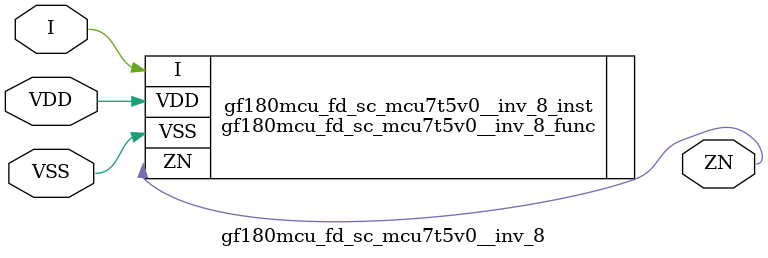
<source format=v>

module gf180mcu_fd_sc_mcu7t5v0__inv_8( I, ZN, VDD, VSS );
input I;
inout VDD, VSS;
output ZN;

   `ifdef FUNCTIONAL  //  functional //

	gf180mcu_fd_sc_mcu7t5v0__inv_8_func gf180mcu_fd_sc_mcu7t5v0__inv_8_behav_inst(.I(I),.ZN(ZN),.VDD(VDD),.VSS(VSS));

   `else

	gf180mcu_fd_sc_mcu7t5v0__inv_8_func gf180mcu_fd_sc_mcu7t5v0__inv_8_inst(.I(I),.ZN(ZN),.VDD(VDD),.VSS(VSS));

	// spec_gates_begin


	// spec_gates_end



   specify

	// specify_block_begin

	// comb arc I --> ZN
	 (I => ZN) = (1.0,1.0);

	// specify_block_end

   endspecify

   `endif

endmodule

</source>
